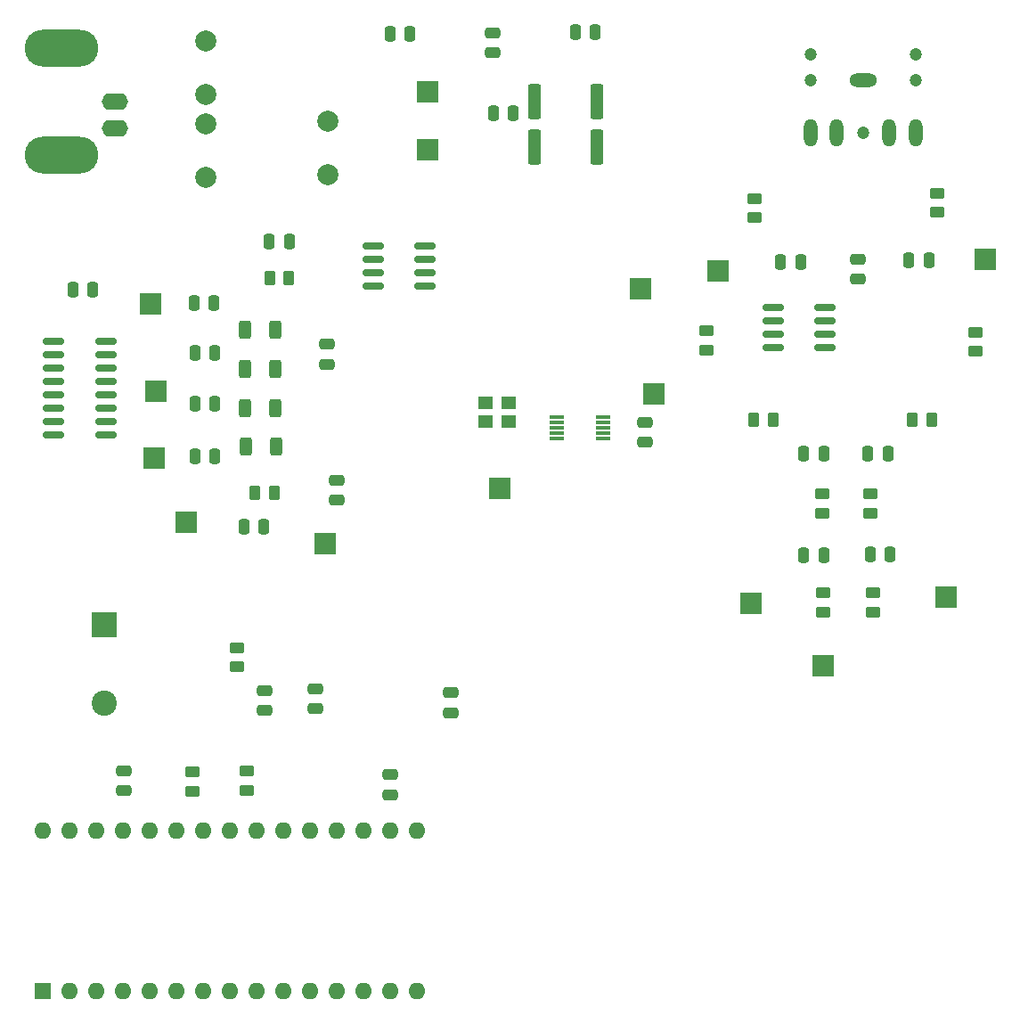
<source format=gbr>
%TF.GenerationSoftware,KiCad,Pcbnew,(6.0.4)*%
%TF.CreationDate,2022-04-28T21:28:56-07:00*%
%TF.ProjectId,Complete Schematic V4,436f6d70-6c65-4746-9520-536368656d61,rev?*%
%TF.SameCoordinates,Original*%
%TF.FileFunction,Soldermask,Top*%
%TF.FilePolarity,Negative*%
%FSLAX46Y46*%
G04 Gerber Fmt 4.6, Leading zero omitted, Abs format (unit mm)*
G04 Created by KiCad (PCBNEW (6.0.4)) date 2022-04-28 21:28:56*
%MOMM*%
%LPD*%
G01*
G04 APERTURE LIST*
G04 Aperture macros list*
%AMRoundRect*
0 Rectangle with rounded corners*
0 $1 Rounding radius*
0 $2 $3 $4 $5 $6 $7 $8 $9 X,Y pos of 4 corners*
0 Add a 4 corners polygon primitive as box body*
4,1,4,$2,$3,$4,$5,$6,$7,$8,$9,$2,$3,0*
0 Add four circle primitives for the rounded corners*
1,1,$1+$1,$2,$3*
1,1,$1+$1,$4,$5*
1,1,$1+$1,$6,$7*
1,1,$1+$1,$8,$9*
0 Add four rect primitives between the rounded corners*
20,1,$1+$1,$2,$3,$4,$5,0*
20,1,$1+$1,$4,$5,$6,$7,0*
20,1,$1+$1,$6,$7,$8,$9,0*
20,1,$1+$1,$8,$9,$2,$3,0*%
G04 Aperture macros list end*
%ADD10C,1.200000*%
%ADD11O,2.616000X1.308000*%
%ADD12O,1.308000X2.616000*%
%ADD13RoundRect,0.250000X-0.262500X-0.450000X0.262500X-0.450000X0.262500X0.450000X-0.262500X0.450000X0*%
%ADD14RoundRect,0.250000X0.262500X0.450000X-0.262500X0.450000X-0.262500X-0.450000X0.262500X-0.450000X0*%
%ADD15C,2.000000*%
%ADD16R,2.400000X2.400000*%
%ADD17C,2.400000*%
%ADD18RoundRect,0.250000X0.450000X-0.262500X0.450000X0.262500X-0.450000X0.262500X-0.450000X-0.262500X0*%
%ADD19R,2.000000X2.000000*%
%ADD20RoundRect,0.250000X0.250000X0.475000X-0.250000X0.475000X-0.250000X-0.475000X0.250000X-0.475000X0*%
%ADD21RoundRect,0.250000X-0.450000X0.262500X-0.450000X-0.262500X0.450000X-0.262500X0.450000X0.262500X0*%
%ADD22R,1.600000X1.600000*%
%ADD23O,1.600000X1.600000*%
%ADD24RoundRect,0.250000X-0.250000X-0.475000X0.250000X-0.475000X0.250000X0.475000X-0.250000X0.475000X0*%
%ADD25RoundRect,0.250000X-0.475000X0.250000X-0.475000X-0.250000X0.475000X-0.250000X0.475000X0.250000X0*%
%ADD26RoundRect,0.250000X0.475000X-0.250000X0.475000X0.250000X-0.475000X0.250000X-0.475000X-0.250000X0*%
%ADD27RoundRect,0.250000X-0.312500X-0.625000X0.312500X-0.625000X0.312500X0.625000X-0.312500X0.625000X0*%
%ADD28O,2.500000X1.600000*%
%ADD29O,7.000000X3.500000*%
%ADD30R,1.400000X1.200000*%
%ADD31R,1.400000X0.300000*%
%ADD32RoundRect,0.150000X-0.825000X-0.150000X0.825000X-0.150000X0.825000X0.150000X-0.825000X0.150000X0*%
%ADD33RoundRect,0.250000X0.362500X1.425000X-0.362500X1.425000X-0.362500X-1.425000X0.362500X-1.425000X0*%
%ADD34RoundRect,0.250000X-0.362500X-1.425000X0.362500X-1.425000X0.362500X1.425000X-0.362500X1.425000X0*%
G04 APERTURE END LIST*
D10*
%TO.C,J2*%
X190600000Y-63500000D03*
X190600000Y-61000000D03*
X180600000Y-61000000D03*
X185600000Y-68500000D03*
X180600000Y-63500000D03*
D11*
X185600000Y-63500000D03*
D12*
X180600000Y-68500000D03*
X190600000Y-68500000D03*
X183100000Y-68500000D03*
X188100000Y-68500000D03*
%TD*%
D13*
%TO.C,R9*%
X127787500Y-102700000D03*
X129612500Y-102700000D03*
%TD*%
D14*
%TO.C,R8*%
X131012500Y-82300000D03*
X129187500Y-82300000D03*
%TD*%
D15*
%TO.C,L1*%
X123100000Y-59760000D03*
X123100000Y-64840000D03*
%TD*%
%TO.C,L2*%
X134700000Y-67360000D03*
X134700000Y-72440000D03*
%TD*%
%TO.C,L3*%
X123100000Y-67600000D03*
X123100000Y-72680000D03*
%TD*%
D16*
%TO.C,C13*%
X113500000Y-115187246D03*
D17*
X113500000Y-122687246D03*
%TD*%
D18*
%TO.C,R1*%
X126100000Y-119212500D03*
X126100000Y-117387500D03*
%TD*%
D19*
%TO.C,TP13*%
X151100000Y-102200000D03*
%TD*%
%TO.C,TP14*%
X165700000Y-93300000D03*
%TD*%
%TO.C,TP15*%
X164400000Y-83300000D03*
%TD*%
D20*
%TO.C,C17*%
X128650000Y-105900000D03*
X126750000Y-105900000D03*
%TD*%
D19*
%TO.C,TP12*%
X197200000Y-80500000D03*
%TD*%
D21*
%TO.C,R21*%
X192600000Y-74187500D03*
X192600000Y-76012500D03*
%TD*%
D19*
%TO.C,TP2*%
X144200000Y-70100000D03*
%TD*%
%TO.C,TP9*%
X174900000Y-113200000D03*
%TD*%
D22*
%TO.C,A1*%
X107650000Y-150010000D03*
D23*
X110190000Y-150010000D03*
X112730000Y-150010000D03*
X115270000Y-150010000D03*
X117810000Y-150010000D03*
X120350000Y-150010000D03*
X122890000Y-150010000D03*
X125430000Y-150010000D03*
X127970000Y-150010000D03*
X130510000Y-150010000D03*
X133050000Y-150010000D03*
X135590000Y-150010000D03*
X138130000Y-150010000D03*
X140670000Y-150010000D03*
X143210000Y-150010000D03*
X143210000Y-134770000D03*
X140670000Y-134770000D03*
X138130000Y-134770000D03*
X135590000Y-134770000D03*
X133050000Y-134770000D03*
X130510000Y-134770000D03*
X127970000Y-134770000D03*
X125430000Y-134770000D03*
X122890000Y-134770000D03*
X120350000Y-134770000D03*
X117810000Y-134770000D03*
X115270000Y-134770000D03*
X112730000Y-134770000D03*
X110190000Y-134770000D03*
X107650000Y-134770000D03*
%TD*%
D24*
%TO.C,C20*%
X186250000Y-108500000D03*
X188150000Y-108500000D03*
%TD*%
D20*
%TO.C,C27*%
X191850000Y-80600000D03*
X189950000Y-80600000D03*
%TD*%
D21*
%TO.C,R13*%
X186300000Y-102787500D03*
X186300000Y-104612500D03*
%TD*%
D19*
%TO.C,TP5*%
X118237500Y-99400000D03*
%TD*%
D25*
%TO.C,C2*%
X150400000Y-58950000D03*
X150400000Y-60850000D03*
%TD*%
D26*
%TO.C,C14*%
X146400000Y-123550000D03*
X146400000Y-121650000D03*
%TD*%
D27*
%TO.C,R5*%
X126837500Y-94600000D03*
X129762500Y-94600000D03*
%TD*%
D26*
%TO.C,C18*%
X134600000Y-90450000D03*
X134600000Y-88550000D03*
%TD*%
D19*
%TO.C,TP1*%
X144200000Y-64600000D03*
%TD*%
D24*
%TO.C,C11*%
X122087500Y-89400000D03*
X123987500Y-89400000D03*
%TD*%
D19*
%TO.C,TP10*%
X193500000Y-112600000D03*
%TD*%
D20*
%TO.C,C23*%
X187950000Y-98900000D03*
X186050000Y-98900000D03*
%TD*%
D28*
%TO.C,J1*%
X114450000Y-65500000D03*
X114450000Y-68040000D03*
D29*
X109370000Y-70580000D03*
X109370000Y-60420000D03*
%TD*%
D18*
%TO.C,R14*%
X170700000Y-89112500D03*
X170700000Y-87287500D03*
%TD*%
D19*
%TO.C,TP11*%
X171800000Y-81600000D03*
%TD*%
D18*
%TO.C,R10*%
X181800000Y-114012500D03*
X181800000Y-112187500D03*
%TD*%
D25*
%TO.C,C25*%
X185100000Y-80450000D03*
X185100000Y-82350000D03*
%TD*%
D14*
%TO.C,R17*%
X192112500Y-95700000D03*
X190287500Y-95700000D03*
%TD*%
D30*
%TO.C,Y1*%
X149700000Y-95850000D03*
X151900000Y-95850000D03*
X151900000Y-94150000D03*
X149700000Y-94150000D03*
%TD*%
D31*
%TO.C,U1*%
X156500000Y-95500000D03*
X156500000Y-96000000D03*
X156500000Y-96500000D03*
X156500000Y-97000000D03*
X156500000Y-97500000D03*
X160900000Y-97500000D03*
X160900000Y-97000000D03*
X160900000Y-96500000D03*
X160900000Y-96000000D03*
X160900000Y-95500000D03*
%TD*%
D32*
%TO.C,U3*%
X139025000Y-79195000D03*
X139025000Y-80465000D03*
X139025000Y-81735000D03*
X139025000Y-83005000D03*
X143975000Y-83005000D03*
X143975000Y-81735000D03*
X143975000Y-80465000D03*
X143975000Y-79195000D03*
%TD*%
D25*
%TO.C,C3*%
X164900000Y-95950000D03*
X164900000Y-97850000D03*
%TD*%
D20*
%TO.C,C12*%
X123887500Y-84600000D03*
X121987500Y-84600000D03*
%TD*%
D25*
%TO.C,C21*%
X140620000Y-129450000D03*
X140620000Y-131350000D03*
%TD*%
D21*
%TO.C,R19*%
X121820000Y-129187500D03*
X121820000Y-131012500D03*
%TD*%
D18*
%TO.C,R18*%
X127020000Y-130912500D03*
X127020000Y-129087500D03*
%TD*%
D20*
%TO.C,C22*%
X181850000Y-98900000D03*
X179950000Y-98900000D03*
%TD*%
D21*
%TO.C,R15*%
X196300000Y-87387500D03*
X196300000Y-89212500D03*
%TD*%
%TO.C,R12*%
X181700000Y-102787500D03*
X181700000Y-104612500D03*
%TD*%
D19*
%TO.C,TP4*%
X118337500Y-93000000D03*
%TD*%
%TO.C,TP8*%
X134500000Y-107500000D03*
%TD*%
D33*
%TO.C,R3*%
X160262500Y-69800000D03*
X154337500Y-69800000D03*
%TD*%
D24*
%TO.C,C5*%
X150450000Y-66600000D03*
X152350000Y-66600000D03*
%TD*%
D19*
%TO.C,TP6*%
X117900000Y-84700000D03*
%TD*%
D24*
%TO.C,C9*%
X122087500Y-99200000D03*
X123987500Y-99200000D03*
%TD*%
%TO.C,C4*%
X158250000Y-58900000D03*
X160150000Y-58900000D03*
%TD*%
D27*
%TO.C,R6*%
X126837500Y-90900000D03*
X129762500Y-90900000D03*
%TD*%
D24*
%TO.C,C16*%
X129150000Y-78800000D03*
X131050000Y-78800000D03*
%TD*%
D25*
%TO.C,C8*%
X133500000Y-121250000D03*
X133500000Y-123150000D03*
%TD*%
D19*
%TO.C,TP7*%
X181800000Y-119100000D03*
%TD*%
D32*
%TO.C,U4*%
X181975000Y-85095000D03*
X181975000Y-86365000D03*
X181975000Y-87635000D03*
X181975000Y-88905000D03*
X177025000Y-88905000D03*
X177025000Y-87635000D03*
X177025000Y-86365000D03*
X177025000Y-85095000D03*
%TD*%
D20*
%TO.C,C10*%
X123987500Y-94200000D03*
X122087500Y-94200000D03*
%TD*%
D27*
%TO.C,R4*%
X126900000Y-98300000D03*
X129825000Y-98300000D03*
%TD*%
D24*
%TO.C,C6*%
X110487500Y-83400000D03*
X112387500Y-83400000D03*
%TD*%
D13*
%TO.C,R16*%
X175187500Y-95700000D03*
X177012500Y-95700000D03*
%TD*%
D21*
%TO.C,R11*%
X186500000Y-112187500D03*
X186500000Y-114012500D03*
%TD*%
D20*
%TO.C,C1*%
X142550000Y-59100000D03*
X140650000Y-59100000D03*
%TD*%
%TO.C,C19*%
X181850000Y-108600000D03*
X179950000Y-108600000D03*
%TD*%
D25*
%TO.C,C7*%
X128700000Y-121450000D03*
X128700000Y-123350000D03*
%TD*%
D21*
%TO.C,R20*%
X175300000Y-74687500D03*
X175300000Y-76512500D03*
%TD*%
D34*
%TO.C,R2*%
X154337500Y-65500000D03*
X160262500Y-65500000D03*
%TD*%
D25*
%TO.C,C24*%
X115320000Y-129050000D03*
X115320000Y-130950000D03*
%TD*%
D20*
%TO.C,C26*%
X179650000Y-80700000D03*
X177750000Y-80700000D03*
%TD*%
D19*
%TO.C,TP3*%
X121237500Y-105500000D03*
%TD*%
D26*
%TO.C,C15*%
X135600000Y-103350000D03*
X135600000Y-101450000D03*
%TD*%
D32*
%TO.C,U2*%
X108662500Y-88255000D03*
X108662500Y-89525000D03*
X108662500Y-90795000D03*
X108662500Y-92065000D03*
X108662500Y-93335000D03*
X108662500Y-94605000D03*
X108662500Y-95875000D03*
X108662500Y-97145000D03*
X113612500Y-97145000D03*
X113612500Y-95875000D03*
X113612500Y-94605000D03*
X113612500Y-93335000D03*
X113612500Y-92065000D03*
X113612500Y-90795000D03*
X113612500Y-89525000D03*
X113612500Y-88255000D03*
%TD*%
D27*
%TO.C,R7*%
X126837500Y-87200000D03*
X129762500Y-87200000D03*
%TD*%
M02*

</source>
